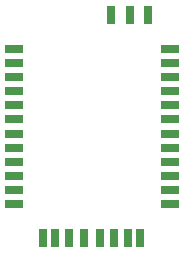
<source format=gtp>
G75*
G70*
%OFA0B0*%
%FSLAX24Y24*%
%IPPOS*%
%LPD*%
%AMOC8*
5,1,8,0,0,1.08239X$1,22.5*
%
%ADD10R,0.0630X0.0315*%
%ADD11R,0.0315X0.0630*%
D10*
X018284Y021752D03*
X018284Y022225D03*
X018284Y022697D03*
X018284Y023170D03*
X018284Y023642D03*
X018284Y024115D03*
X018284Y024587D03*
X018284Y025059D03*
X018284Y025532D03*
X018284Y026004D03*
X018284Y026477D03*
X018284Y026949D03*
X023481Y026949D03*
X023481Y026477D03*
X023481Y026004D03*
X023481Y025532D03*
X023481Y025059D03*
X023481Y024587D03*
X023481Y024115D03*
X023481Y023642D03*
X023481Y023170D03*
X023481Y022697D03*
X023481Y022225D03*
X023481Y021752D03*
D11*
X019260Y020650D03*
X019662Y020650D03*
X020135Y020650D03*
X020607Y020650D03*
X021158Y020650D03*
X021631Y020650D03*
X022103Y020650D03*
X022506Y020650D03*
X022773Y028052D03*
X022143Y028052D03*
X021513Y028052D03*
M02*

</source>
